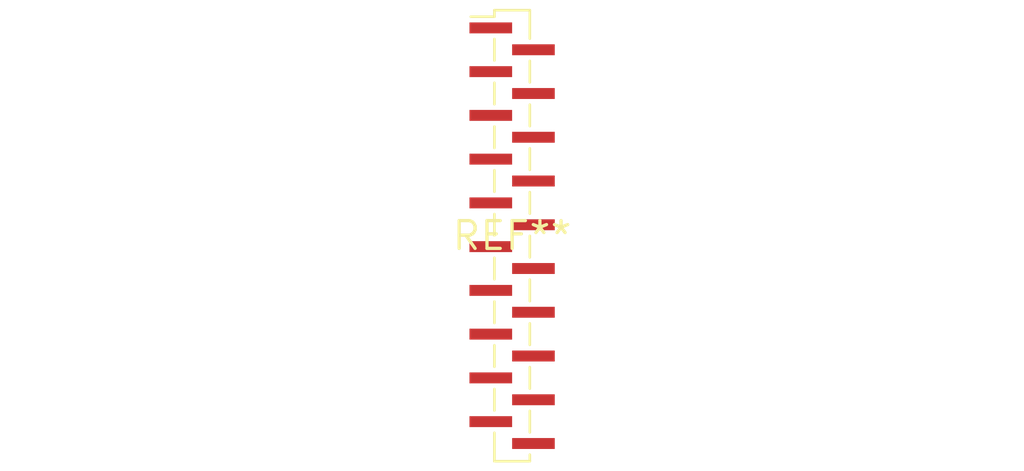
<source format=kicad_pcb>
(kicad_pcb (version 20240108) (generator pcbnew)
  (layers (0 "F.Cu" signal) (31 "B.Cu" signal) (34 "B.Paste" user) (35 "F.Paste" user) (36 "B.SilkS" user "B.Silkscreen") (37 "F.SilkS" user "F.Silkscreen") (38 "B.Mask" user) (39 "F.Mask" user) (44 "Edge.Cuts" user))
  (net 0 "")
  (footprint "PinSocket_1x20_P1.00mm_Vertical_SMD_Pin1Left" (layer "F.Cu") (at 0 0)
    (property "Reference" "REF**")
    (property "Value" "PinSocket_1x20_P1.00mm_Vertical_SMD_Pin1Left")
    (fp_line (start -1.89 -10.01) (end -0.81 -10.01) (layer "F.SilkS") (stroke (width 0.12)))
    (fp_line (start -0.81 -10.31) (end -0.81 -10.01) (layer "F.SilkS") (stroke (width 0.12)))
    (fp_line (start -0.81 -10.31) (end 0.81 -10.31) (layer "F.SilkS") (stroke (width 0.12)))
    (fp_line (start -0.81 -8.99) (end -0.81 -8.01) (layer "F.SilkS") (stroke (width 0.12)))
    (fp_line (start -0.81 -6.99) (end -0.81 -6.01) (layer "F.SilkS") (stroke (width 0.12)))
    (fp_line (start -0.81 -4.99) (end -0.81 -4.01) (layer "F.SilkS") (stroke (width 0.12)))
    (fp_line (start -0.81 -2.99) (end -0.81 -2.01) (layer "F.SilkS") (stroke (width 0.12)))
    (fp_line (start -0.81 -0.99) (end -0.81 -0.01) (layer "F.SilkS") (stroke (width 0.12)))
    (fp_line (start -0.81 1.01) (end -0.81 1.99) (layer "F.SilkS") (stroke (width 0.12)))
    (fp_line (start -0.81 3.01) (end -0.81 3.99) (layer "F.SilkS") (stroke (width 0.12)))
    (fp_line (start -0.81 5.01) (end -0.81 5.99) (layer "F.SilkS") (stroke (width 0.12)))
    (fp_line (start -0.81 7.01) (end -0.81 7.99) (layer "F.SilkS") (stroke (width 0.12)))
    (fp_line (start -0.81 9.01) (end -0.81 10.31) (layer "F.SilkS") (stroke (width 0.12)))
    (fp_line (start -0.81 10.31) (end 0.81 10.31) (layer "F.SilkS") (stroke (width 0.12)))
    (fp_line (start 0.81 -10.31) (end 0.81 -9.01) (layer "F.SilkS") (stroke (width 0.12)))
    (fp_line (start 0.81 -7.99) (end 0.81 -7.01) (layer "F.SilkS") (stroke (width 0.12)))
    (fp_line (start 0.81 -5.99) (end 0.81 -5.01) (layer "F.SilkS") (stroke (width 0.12)))
    (fp_line (start 0.81 -3.99) (end 0.81 -3.01) (layer "F.SilkS") (stroke (width 0.12)))
    (fp_line (start 0.81 -1.99) (end 0.81 -1.01) (layer "F.SilkS") (stroke (width 0.12)))
    (fp_line (start 0.81 0.01) (end 0.81 0.99) (layer "F.SilkS") (stroke (width 0.12)))
    (fp_line (start 0.81 2.01) (end 0.81 2.99) (layer "F.SilkS") (stroke (width 0.12)))
    (fp_line (start 0.81 4.01) (end 0.81 4.99) (layer "F.SilkS") (stroke (width 0.12)))
    (fp_line (start 0.81 6.01) (end 0.81 6.99) (layer "F.SilkS") (stroke (width 0.12)))
    (fp_line (start 0.81 8.01) (end 0.81 8.99) (layer "F.SilkS") (stroke (width 0.12)))
    (fp_line (start 0.81 10.01) (end 0.81 10.31) (layer "F.SilkS") (stroke (width 0.12)))
    (pad "1" smd rect (at -0.975 -9.5) (size 1.95 0.5) (layers "F.Cu" "F.Paste" "F.Mask"))
    (pad "2" smd rect (at 0.975 -8.5) (size 1.95 0.5) (layers "F.Cu" "F.Paste" "F.Mask"))
    (pad "3" smd rect (at -0.975 -7.5) (size 1.95 0.5) (layers "F.Cu" "F.Paste" "F.Mask"))
    (pad "4" smd rect (at 0.975 -6.5) (size 1.95 0.5) (layers "F.Cu" "F.Paste" "F.Mask"))
    (pad "5" smd rect (at -0.975 -5.5) (size 1.95 0.5) (layers "F.Cu" "F.Paste" "F.Mask"))
    (pad "6" smd rect (at 0.975 -4.5) (size 1.95 0.5) (layers "F.Cu" "F.Paste" "F.Mask"))
    (pad "7" smd rect (at -0.975 -3.5) (size 1.95 0.5) (layers "F.Cu" "F.Paste" "F.Mask"))
    (pad "8" smd rect (at 0.975 -2.5) (size 1.95 0.5) (layers "F.Cu" "F.Paste" "F.Mask"))
    (pad "9" smd rect (at -0.975 -1.5) (size 1.95 0.5) (layers "F.Cu" "F.Paste" "F.Mask"))
    (pad "10" smd rect (at 0.975 -0.5) (size 1.95 0.5) (layers "F.Cu" "F.Paste" "F.Mask"))
    (pad "11" smd rect (at -0.975 0.5) (size 1.95 0.5) (layers "F.Cu" "F.Paste" "F.Mask"))
    (pad "12" smd rect (at 0.975 1.5) (size 1.95 0.5) (layers "F.Cu" "F.Paste" "F.Mask"))
    (pad "13" smd rect (at -0.975 2.5) (size 1.95 0.5) (layers "F.Cu" "F.Paste" "F.Mask"))
    (pad "14" smd rect (at 0.975 3.5) (size 1.95 0.5) (layers "F.Cu" "F.Paste" "F.Mask"))
    (pad "15" smd rect (at -0.975 4.5) (size 1.95 0.5) (layers "F.Cu" "F.Paste" "F.Mask"))
    (pad "16" smd rect (at 0.975 5.5) (size 1.95 0.5) (layers "F.Cu" "F.Paste" "F.Mask"))
    (pad "17" smd rect (at -0.975 6.5) (size 1.95 0.5) (layers "F.Cu" "F.Paste" "F.Mask"))
    (pad "18" smd rect (at 0.975 7.5) (size 1.95 0.5) (layers "F.Cu" "F.Paste" "F.Mask"))
    (pad "19" smd rect (at -0.975 8.5) (size 1.95 0.5) (layers "F.Cu" "F.Paste" "F.Mask"))
    (pad "20" smd rect (at 0.975 9.5) (size 1.95 0.5) (layers "F.Cu" "F.Paste" "F.Mask"))
  )
)
</source>
